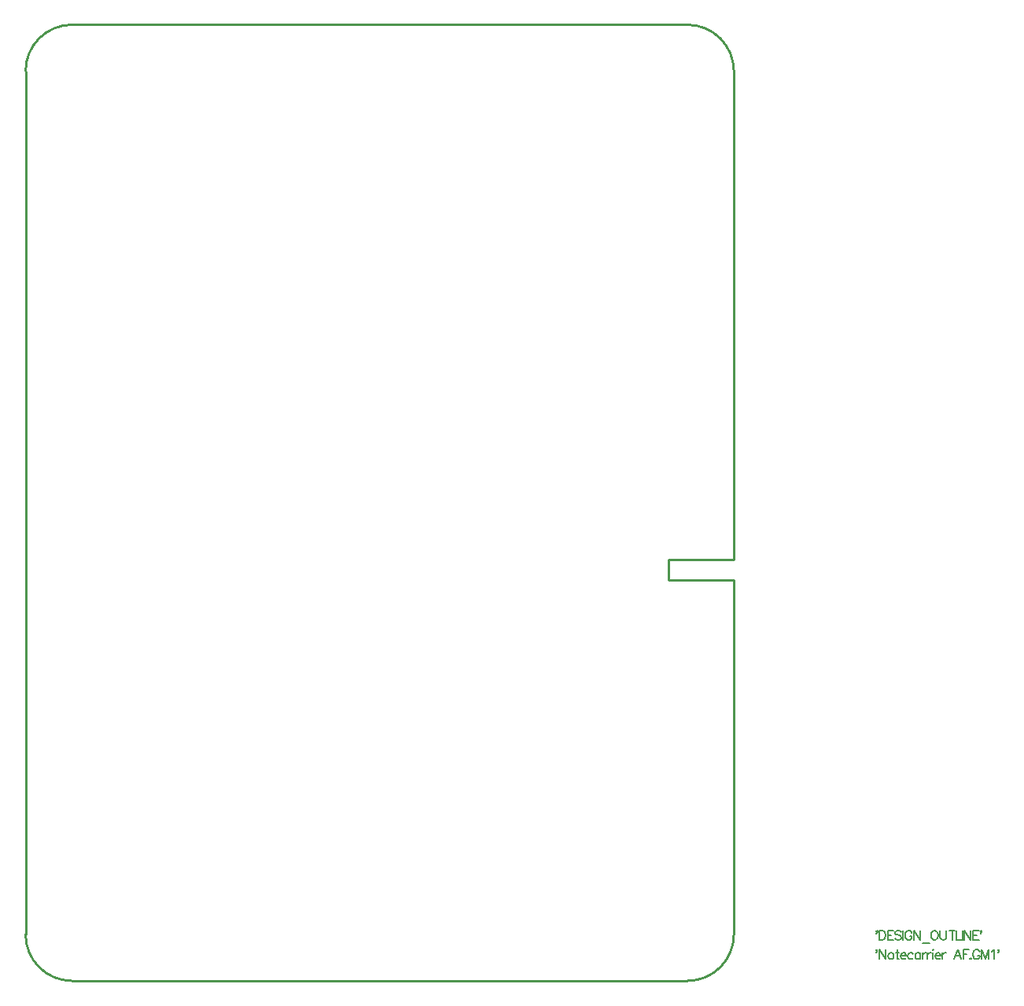
<source format=gm1>
G04*
G04 #@! TF.GenerationSoftware,Altium Limited,Altium Designer,20.2.4 (192)*
G04*
G04 Layer_Color=16776960*
%FSLAX25Y25*%
%MOIN*%
G70*
G04*
G04 #@! TF.SameCoordinates,7296403A-AE54-4680-90C6-F2F837FCC291*
G04*
G04*
G04 #@! TF.FilePolarity,Positive*
G04*
G01*
G75*
%ADD11C,0.00591*%
%ADD164C,0.01000*%
D11*
X360817Y20917D02*
X360630Y21104D01*
X360817Y21292D01*
X361005Y21104D01*
Y20729D01*
X360817Y20354D01*
X360630Y20167D01*
X361867Y21292D02*
Y17355D01*
Y21292D02*
X363179D01*
X363741Y21104D01*
X364116Y20729D01*
X364304Y20354D01*
X364491Y19792D01*
Y18855D01*
X364304Y18293D01*
X364116Y17918D01*
X363741Y17543D01*
X363179Y17355D01*
X361867D01*
X367809Y21292D02*
X365372D01*
Y17355D01*
X367809D01*
X365372Y19417D02*
X366872D01*
X371089Y20729D02*
X370714Y21104D01*
X370152Y21292D01*
X369402D01*
X368840Y21104D01*
X368465Y20729D01*
Y20354D01*
X368652Y19979D01*
X368840Y19792D01*
X369215Y19605D01*
X370339Y19230D01*
X370714Y19042D01*
X370901Y18855D01*
X371089Y18480D01*
Y17918D01*
X370714Y17543D01*
X370152Y17355D01*
X369402D01*
X368840Y17543D01*
X368465Y17918D01*
X371970Y21292D02*
Y17355D01*
X375606Y20354D02*
X375419Y20729D01*
X375044Y21104D01*
X374669Y21292D01*
X373919D01*
X373544Y21104D01*
X373169Y20729D01*
X372982Y20354D01*
X372795Y19792D01*
Y18855D01*
X372982Y18293D01*
X373169Y17918D01*
X373544Y17543D01*
X373919Y17355D01*
X374669D01*
X375044Y17543D01*
X375419Y17918D01*
X375606Y18293D01*
Y18855D01*
X374669D02*
X375606D01*
X376506Y21292D02*
Y17355D01*
Y21292D02*
X379130Y17355D01*
Y21292D02*
Y17355D01*
X380217Y16043D02*
X383216D01*
X384847Y21292D02*
X384472Y21104D01*
X384097Y20729D01*
X383910Y20354D01*
X383722Y19792D01*
Y18855D01*
X383910Y18293D01*
X384097Y17918D01*
X384472Y17543D01*
X384847Y17355D01*
X385596D01*
X385971Y17543D01*
X386346Y17918D01*
X386534Y18293D01*
X386721Y18855D01*
Y19792D01*
X386534Y20354D01*
X386346Y20729D01*
X385971Y21104D01*
X385596Y21292D01*
X384847D01*
X387639D02*
Y18480D01*
X387827Y17918D01*
X388202Y17543D01*
X388764Y17355D01*
X389139D01*
X389701Y17543D01*
X390076Y17918D01*
X390264Y18480D01*
Y21292D01*
X392663D02*
Y17355D01*
X391351Y21292D02*
X393975D01*
X394443D02*
Y17355D01*
X396693D01*
X397124Y21292D02*
Y17355D01*
X397949Y21292D02*
Y17355D01*
Y21292D02*
X400573Y17355D01*
Y21292D02*
Y17355D01*
X404096Y21292D02*
X401660D01*
Y17355D01*
X404096D01*
X401660Y19417D02*
X403159D01*
X404940Y20917D02*
X404752Y21104D01*
X404940Y21292D01*
X405127Y21104D01*
Y20729D01*
X404940Y20354D01*
X404752Y20167D01*
X360719Y12813D02*
X360531Y13001D01*
X360719Y13188D01*
X360906Y13001D01*
Y12626D01*
X360719Y12251D01*
X360531Y12064D01*
X361769Y13188D02*
Y9252D01*
Y13188D02*
X364393Y9252D01*
Y13188D02*
Y9252D01*
X366417Y11876D02*
X366042Y11689D01*
X365667Y11314D01*
X365480Y10751D01*
Y10377D01*
X365667Y9814D01*
X366042Y9439D01*
X366417Y9252D01*
X366979D01*
X367354Y9439D01*
X367729Y9814D01*
X367916Y10377D01*
Y10751D01*
X367729Y11314D01*
X367354Y11689D01*
X366979Y11876D01*
X366417D01*
X369341Y13188D02*
Y10002D01*
X369529Y9439D01*
X369903Y9252D01*
X370278D01*
X368779Y11876D02*
X370091D01*
X370841Y10751D02*
X373090D01*
Y11126D01*
X372902Y11501D01*
X372715Y11689D01*
X372340Y11876D01*
X371778D01*
X371403Y11689D01*
X371028Y11314D01*
X370841Y10751D01*
Y10377D01*
X371028Y9814D01*
X371403Y9439D01*
X371778Y9252D01*
X372340D01*
X372715Y9439D01*
X373090Y9814D01*
X376182Y11314D02*
X375808Y11689D01*
X375433Y11876D01*
X374870D01*
X374496Y11689D01*
X374121Y11314D01*
X373933Y10751D01*
Y10377D01*
X374121Y9814D01*
X374496Y9439D01*
X374870Y9252D01*
X375433D01*
X375808Y9439D01*
X376182Y9814D01*
X379275Y11876D02*
Y9252D01*
Y11314D02*
X378900Y11689D01*
X378525Y11876D01*
X377963D01*
X377588Y11689D01*
X377213Y11314D01*
X377026Y10751D01*
Y10377D01*
X377213Y9814D01*
X377588Y9439D01*
X377963Y9252D01*
X378525D01*
X378900Y9439D01*
X379275Y9814D01*
X380325Y11876D02*
Y9252D01*
Y10751D02*
X380512Y11314D01*
X380887Y11689D01*
X381262Y11876D01*
X381824D01*
X382180D02*
Y9252D01*
Y10751D02*
X382368Y11314D01*
X382743Y11689D01*
X383118Y11876D01*
X383680D01*
X384411Y13188D02*
X384598Y13001D01*
X384786Y13188D01*
X384598Y13376D01*
X384411Y13188D01*
X384598Y11876D02*
Y9252D01*
X385479Y10751D02*
X387729D01*
Y11126D01*
X387541Y11501D01*
X387354Y11689D01*
X386979Y11876D01*
X386417D01*
X386042Y11689D01*
X385667Y11314D01*
X385479Y10751D01*
Y10377D01*
X385667Y9814D01*
X386042Y9439D01*
X386417Y9252D01*
X386979D01*
X387354Y9439D01*
X387729Y9814D01*
X388572Y11876D02*
Y9252D01*
Y10751D02*
X388759Y11314D01*
X389134Y11689D01*
X389509Y11876D01*
X390072D01*
X396519Y9252D02*
X395020Y13188D01*
X393520Y9252D01*
X394083Y10564D02*
X395957D01*
X397438Y13188D02*
Y9252D01*
Y13188D02*
X399874D01*
X397438Y11314D02*
X398937D01*
X400512Y9627D02*
X400324Y9439D01*
X400512Y9252D01*
X400699Y9439D01*
X400512Y9627D01*
X404373Y12251D02*
X404185Y12626D01*
X403811Y13001D01*
X403436Y13188D01*
X402686D01*
X402311Y13001D01*
X401936Y12626D01*
X401749Y12251D01*
X401561Y11689D01*
Y10751D01*
X401749Y10189D01*
X401936Y9814D01*
X402311Y9439D01*
X402686Y9252D01*
X403436D01*
X403811Y9439D01*
X404185Y9814D01*
X404373Y10189D01*
Y10751D01*
X403436D02*
X404373D01*
X405273Y13188D02*
Y9252D01*
Y13188D02*
X406772Y9252D01*
X408272Y13188D02*
X406772Y9252D01*
X408272Y13188D02*
Y9252D01*
X409396Y12438D02*
X409771Y12626D01*
X410333Y13188D01*
Y9252D01*
X412470Y12813D02*
X412283Y13001D01*
X412470Y13188D01*
X412657Y13001D01*
Y12626D01*
X412470Y12251D01*
X412283Y12064D01*
D164*
X0Y19685D02*
G03*
X19685Y-0I19685J0D01*
G01*
X280512D02*
G03*
X300197Y19685I0J19685D01*
G01*
Y385827D02*
G03*
X280512Y405512I-19685J0D01*
G01*
X19685D02*
G03*
X0Y385827I0J-19685D01*
G01*
X19685Y-0D02*
X280512D01*
X300197Y19685D02*
Y170079D01*
X272638D02*
X300197D01*
X272638D02*
Y178740D01*
X300197D01*
Y385827D01*
X19685Y405512D02*
X280512D01*
X0Y19685D02*
Y385827D01*
M02*

</source>
